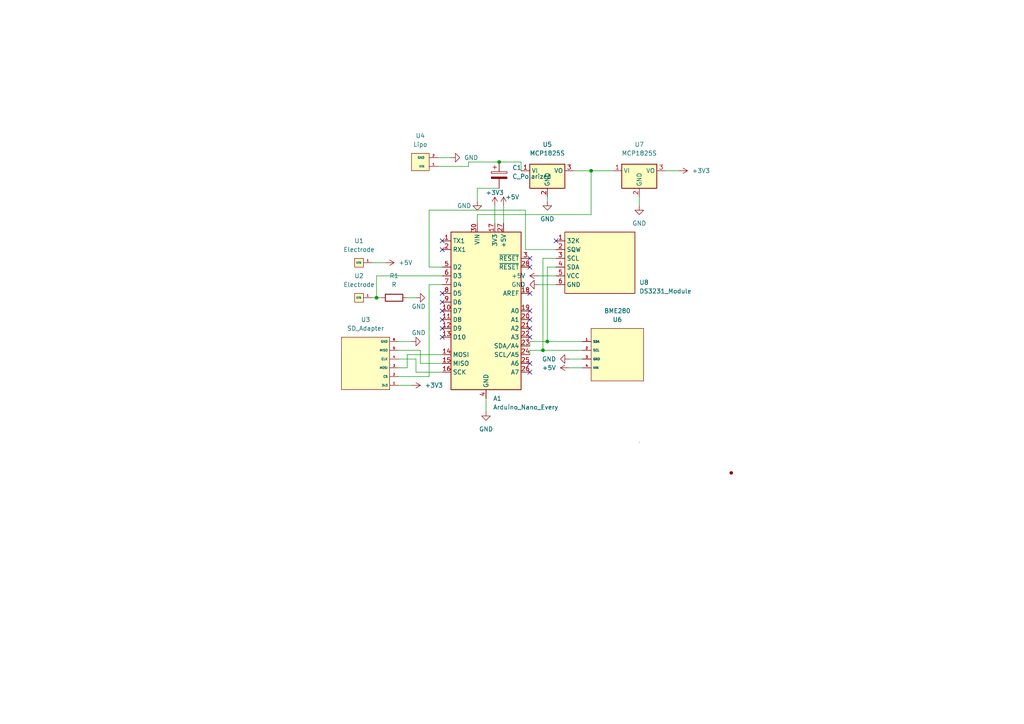
<source format=kicad_sch>
(kicad_sch (version 20211123) (generator eeschema)
  (paper "A4")
  (lib_symbols
    (symbol "DS3231:DS3231_Module"
      (property "Reference" "U" (at 1.27 19.05 0))
      (property "Value" "DS3231_Module" (at 2.54 -17.78 0))
      (symbol "DS3231_Module_0_1"
        (rectangle (start -6.35 16.51) (end 11.43 -3.81))
        (rectangle (start -6.35 16.51) (end 11.43 -3.81) (fill (type background)))
        (rectangle (start 8.89 -5.08) (end 8.89 -5.08))
        (rectangle (start 8.89 -5.08) (end 8.89 -5.08))
        (rectangle (start 8.89 -5.08) (end 8.89 -5.08))
        (rectangle (start 8.89 -5.08) (end 8.89 -5.08))
        (rectangle (start 25.4 15.24) (end 25.4 15.24))
      )
      (symbol "DS3231_Module_1_1"
        (pin output line (at -3.81 -6.35 90) (length 2.54) (name "32K") (number "1"))
        (pin output line (at -1.27 -6.35 90) (length 2.54) (name "SQW") (number "2"))
        (pin bidirectional line (at 1.27 -6.35 90) (length 2.54) (name "SCL") (number "3"))
        (pin bidirectional line (at 3.81 -6.35 90) (length 2.54) (name "SDA") (number "4"))
        (pin power_in line (at 6.35 -6.35 90) (length 2.54) (name "VCC") (number "5"))
        (pin power_out line (at 8.89 -6.35 90) (length 2.54) (name "GND") (number "6"))
      )
    )
    (symbol "Device:C_Polarized" (pin_numbers hide) (pin_names (offset 0.254))
      (property "Reference" "C" (at 0.635 2.54 0))
      (property "Value" "C_Polarized" (at 0.635 -2.54 0))
      (symbol "C_Polarized_0_1"
        (rectangle (start -2.286 0.508) (end 2.286 1.016))
        (polyline (pts (xy -1.778 2.286) (xy -0.762 2.286)))
        (polyline (pts (xy -1.27 2.794) (xy -1.27 1.778)))
        (rectangle (start 2.286 -0.508) (end -2.286 -1.016) (fill (type outline)))
      )
      (symbol "C_Polarized_1_1"
        (pin passive line (at 0 3.81 270) (length 2.794) (name "~") (number "1"))
        (pin passive line (at 0 -3.81 90) (length 2.794) (name "~") (number "2"))
      )
    )
    (symbol "Device:R" (pin_numbers hide) (pin_names (offset 0))
      (property "Reference" "R" (at 2.032 0 90))
      (property "Value" "R" (at 0 0 90))
      (symbol "R_0_1"
        (rectangle (start -1.016 -2.54) (end 1.016 2.54) (stroke (width 0.254)))
      )
      (symbol "R_1_1"
        (pin passive line (at 0 3.81 270) (length 1.27) (name "~") (number "1"))
        (pin passive line (at 0 -3.81 90) (length 1.27) (name "~") (number "2"))
      )
    )
    (symbol "MCU_Module:Arduino_Nano_Every"
      (property "Reference" "A" (at -10.16 23.495 0))
      (property "Value" "Arduino_Nano_Every" (at 5.08 -24.13 0))
      (symbol "Arduino_Nano_Every_0_1"
        (rectangle (start -10.16 22.86) (end 10.16 -22.86) (stroke (width 0.254)) (fill (type background)))
      )
      (symbol "Arduino_Nano_Every_1_1"
        (pin bidirectional line (at -12.7 20.32 0) (length 2.54) (name "TX1") (number "1"))
        (pin bidirectional line (at -12.7 0 0) (length 2.54) (name "D7") (number "10"))
        (pin bidirectional line (at -12.7 -2.54 0) (length 2.54) (name "D8") (number "11"))
        (pin bidirectional line (at -12.7 -5.08 0) (length 2.54) (name "D9") (number "12"))
        (pin bidirectional line (at -12.7 -7.62 0) (length 2.54) (name "D10") (number "13"))
        (pin bidirectional line (at -12.7 -12.7 0) (length 2.54) (name "MOSI") (number "14"))
        (pin bidirectional line (at -12.7 -15.24 0) (length 2.54) (name "MISO") (number "15"))
        (pin bidirectional line (at -12.7 -17.78 0) (length 2.54) (name "SCK") (number "16"))
        (pin power_out line (at 2.54 25.4 270) (length 2.54) (name "3V3") (number "17"))
        (pin input line (at 12.7 5.08 180) (length 2.54) (name "AREF") (number "18"))
        (pin bidirectional line (at 12.7 0 180) (length 2.54) (name "A0") (number "19"))
        (pin bidirectional line (at -12.7 17.78 0) (length 2.54) (name "RX1") (number "2"))
        (pin bidirectional line (at 12.7 -2.54 180) (length 2.54) (name "A1") (number "20"))
        (pin bidirectional line (at 12.7 -5.08 180) (length 2.54) (name "A2") (number "21"))
        (pin bidirectional line (at 12.7 -7.62 180) (length 2.54) (name "A3") (number "22"))
        (pin bidirectional line (at 12.7 -10.16 180) (length 2.54) (name "SDA/A4") (number "23"))
        (pin bidirectional line (at 12.7 -12.7 180) (length 2.54) (name "SCL/A5") (number "24"))
        (pin bidirectional line (at 12.7 -15.24 180) (length 2.54) (name "A6") (number "25"))
        (pin bidirectional line (at 12.7 -17.78 180) (length 2.54) (name "A7") (number "26"))
        (pin power_out line (at 5.08 25.4 270) (length 2.54) (name "+5V") (number "27"))
        (pin input line (at 12.7 12.7 180) (length 2.54) (name "~{RESET}") (number "28"))
        (pin passive line (at 0 -25.4 90) (length 2.54) hide (name "GND") (number "29"))
        (pin input line (at 12.7 15.24 180) (length 2.54) (name "~{RESET}") (number "3"))
        (pin power_in line (at -2.54 25.4 270) (length 2.54) (name "VIN") (number "30"))
        (pin power_in line (at 0 -25.4 90) (length 2.54) (name "GND") (number "4"))
        (pin bidirectional line (at -12.7 12.7 0) (length 2.54) (name "D2") (number "5"))
        (pin bidirectional line (at -12.7 10.16 0) (length 2.54) (name "D3") (number "6"))
        (pin bidirectional line (at -12.7 7.62 0) (length 2.54) (name "D4") (number "7"))
        (pin bidirectional line (at -12.7 5.08 0) (length 2.54) (name "D5") (number "8"))
        (pin bidirectional line (at -12.7 2.54 0) (length 2.54) (name "D6") (number "9"))
      )
    )
    (symbol "Rain Gauge lib:BME280"
      (property "Reference" "U" (at -5.08 20.32 0))
      (property "Value" "BME280" (at 0 -22.86 0))
      (symbol "BME280_0_1"
        (rectangle (start -7.62 7.62) (end 7.62 -7.62) (fill (type background)))
        (rectangle (start 25.4 6.35) (end 25.4 6.35))
        (rectangle (start 25.4 6.35) (end 25.4 6.35))
        (rectangle (start 34.29 33.02) (end 34.29 33.02))
        (rectangle (start 34.29 33.02) (end 34.29 33.02))
        (rectangle (start 34.29 33.02) (end 34.29 33.02))
        (rectangle (start 34.29 33.02) (end 34.29 33.02))
        (rectangle (start 34.29 33.02) (end 34.29 33.02))
        (rectangle (start 34.29 33.02) (end 34.29 33.02))
        (rectangle (start 34.29 33.02) (end 34.29 33.02))
        (rectangle (start 34.29 33.02) (end 34.29 33.02))
        (rectangle (start 34.29 33.02) (end 34.29 33.02))
        (rectangle (start 34.29 33.02) (end 34.29 33.02))
        (rectangle (start 34.29 33.02) (end 34.29 33.02))
        (rectangle (start 34.29 33.02) (end 34.29 33.02))
        (rectangle (start 34.29 33.02) (end 34.29 33.02))
        (rectangle (start 34.29 33.02) (end 34.29 33.02))
        (rectangle (start 34.29 33.02) (end 34.29 33.02))
        (rectangle (start 34.29 33.02) (end 34.29 33.02))
        (rectangle (start 34.29 33.02) (end 34.29 33.02))
        (rectangle (start 34.29 33.02) (end 34.29 33.02))
        (rectangle (start 34.29 33.02) (end 34.29 33.02))
        (rectangle (start 34.29 33.02) (end 34.29 33.02))
        (rectangle (start 34.29 33.02) (end 34.29 33.02))
        (rectangle (start 34.29 33.02) (end 34.29 33.02))
        (rectangle (start 34.29 33.02) (end 34.29 33.02))
        (rectangle (start 34.29 33.02) (end 34.29 33.02))
        (rectangle (start 34.29 33.02) (end 34.29 33.02))
        (rectangle (start 34.29 33.02) (end 34.29 33.02))
        (rectangle (start 34.29 33.02) (end 34.29 33.02))
        (rectangle (start 34.29 33.02) (end 34.29 33.02))
        (rectangle (start 34.29 33.02) (end 34.29 33.02))
        (rectangle (start 34.29 33.02) (end 34.29 33.02))
        (rectangle (start 34.29 33.02) (end 34.29 33.02))
        (rectangle (start 34.29 33.02) (end 34.29 33.02))
        (rectangle (start 34.29 33.02) (end 34.29 33.02))
        (rectangle (start 34.29 33.02) (end 34.29 33.02))
        (rectangle (start 34.29 33.02) (end 34.29 33.02))
        (rectangle (start 34.29 33.02) (end 34.29 33.02))
        (rectangle (start 34.29 33.02) (end 34.29 33.02))
        (rectangle (start 34.29 33.02) (end 34.29 33.02))
        (rectangle (start 34.29 33.02) (end 34.29 33.02))
        (rectangle (start 34.29 33.02) (end 34.29 33.02))
        (rectangle (start 34.29 33.02) (end 34.29 33.02))
        (rectangle (start 34.29 33.02) (end 34.29 33.02))
        (rectangle (start 34.29 33.02) (end 34.29 33.02))
        (rectangle (start 34.29 33.02) (end 34.29 33.02))
        (rectangle (start 34.29 33.02) (end 34.29 33.02))
        (rectangle (start 34.29 33.02) (end 34.29 33.02))
        (rectangle (start 34.29 33.02) (end 34.29 33.02))
        (rectangle (start 34.29 33.02) (end 34.29 33.02))
        (rectangle (start 34.29 33.02) (end 34.29 33.02))
        (rectangle (start 34.29 33.02) (end 34.29 33.02))
        (rectangle (start 34.29 33.02) (end 34.29 33.02))
        (rectangle (start 34.29 33.02) (end 34.29 33.02))
        (rectangle (start 34.29 33.02) (end 34.29 33.02) (stroke (width 0.127)) (fill (type background)))
        (rectangle (start 34.29 33.02) (end 34.29 33.02) (stroke (width 1)) (fill (type outline)))
        (arc (start 34.29 33.02) (mid 34.29 33.02) (end 34.29 33.02))
      )
      (symbol "BME280_1_1"
        (pin input line (at -3.81 -10.16 90) (length 2.54) (name "SDA") (number "1"))
        (pin output line (at -1.27 -10.16 90) (length 2.54) (name "SCL") (number "2"))
        (pin power_in line (at 1.27 -10.16 90) (length 2.54) (name "GND") (number "3"))
        (pin power_in line (at 3.81 -10.16 90) (length 2.54) (name "VIN") (number "4"))
      )
    )
    (symbol "Rain Gauge lib:Electrode"
      (property "Reference" "U" (at 0 3.81 0))
      (property "Value" "Electrode" (at 0 -3.81 0))
      (symbol "Electrode_0_1"
        (rectangle (start -1.27 1.27) (end 1.27 -1.27) (fill (type background)))
      )
      (symbol "Electrode_1_1"
        (pin input line (at 0 -3.81 90) (length 2.54) (name "VIN") (number "1"))
      )
    )
    (symbol "Rain Gauge lib:Lipo" (pin_names (offset 1.27))
      (property "Reference" "U" (at 0 6.35 0))
      (property "Value" "Lipo" (at 0 -6.35 0))
      (symbol "Lipo_0_1"
        (rectangle (start -2.54 2.54) (end 2.54 -2.54) (fill (type background)))
      )
      (symbol "Lipo_1_1"
        (pin power_out line (at -1.27 -5.08 90) (length 2.54) (name "VIN") (number "1"))
        (pin power_in line (at 1.27 -5.08 90) (length 2.54) (name "GND") (number "2"))
      )
    )
    (symbol "Rain Gauge lib:SD_Adapter"
      (property "Reference" "U" (at 0 10.16 0))
      (property "Value" "SD_Adapter" (at 0 -20.32 0))
      (symbol "SD_Adapter_0_1"
        (rectangle (start -7.62 7.62) (end 7.62 -6.35) (fill (type background)))
      )
      (symbol "SD_Adapter_1_1"
        (pin power_in line (at -6.35 -8.89 90) (length 2.54) (name "3v3") (number "1"))
        (pin output line (at -3.81 -8.89 90) (length 2.54) (name "CS") (number "2"))
        (pin input line (at -1.27 -8.89 90) (length 2.54) (name "MOSI") (number "3"))
        (pin input line (at 1.27 -8.89 90) (length 2.54) (name "CLK") (number "4"))
        (pin output line (at 3.81 -8.89 90) (length 2.54) (name "MISO") (number "5"))
        (pin power_in line (at 6.35 -8.89 90) (length 2.54) (name "GND") (number "6"))
      )
    )
    (symbol "Regulator_Linear:MCP1825S"
      (property "Reference" "U" (at -3.81 3.175 0))
      (property "Value" "MCP1825S" (at 0 3.175 0))
      (symbol "MCP1825S_0_1"
        (rectangle (start -5.08 1.905) (end 5.08 -5.08) (stroke (width 0.254)) (fill (type background)))
      )
      (symbol "MCP1825S_1_1"
        (pin power_in line (at -7.62 0 0) (length 2.54) (name "VI") (number "1"))
        (pin power_in line (at 0 -7.62 90) (length 2.54) (name "GND") (number "2"))
        (pin power_out line (at 7.62 0 180) (length 2.54) (name "VO") (number "3"))
      )
    )
    (symbol "power:+3.3V" (power) (pin_names (offset 0))
      (property "Value" "+3.3V" (at 0 3.556 0))
      (symbol "+3.3V_0_1"
        (polyline (pts (xy -0.762 1.27) (xy 0 2.54)))
        (polyline (pts (xy 0 0) (xy 0 2.54)))
        (polyline (pts (xy 0 2.54) (xy 0.762 1.27)))
      )
      (symbol "+3.3V_1_1"
        (pin power_in line (at 0 0 90) (length 0) hide (name "+3V3") (number "1"))
      )
    )
    (symbol "power:+5V" (power) (pin_names (offset 0))
      (property "Value" "+5V" (at 0 3.556 0))
      (symbol "+5V_0_1"
        (polyline (pts (xy -0.762 1.27) (xy 0 2.54)))
        (polyline (pts (xy 0 0) (xy 0 2.54)))
        (polyline (pts (xy 0 2.54) (xy 0.762 1.27)))
      )
      (symbol "+5V_1_1"
        (pin power_in line (at 0 0 90) (length 0) hide (name "+5V") (number "1"))
      )
    )
    (symbol "power:GND" (power) (pin_names (offset 0))
      (property "Value" "GND" (at 0 -3.81 0))
      (symbol "GND_0_1"
        (polyline (pts (xy 0 0) (xy 0 -1.27) (xy 1.27 -1.27) (xy 0 -2.54) (xy -1.27 -1.27) (xy 0 -1.27)))
      )
      (symbol "GND_1_1"
        (pin power_in line (at 0 0 270) (length 0) hide (name "GND") (number "1"))
      )
    )
  )
  (junction (at 109.22 86.36))
  (junction (at 157.48 101.6))
  (junction (at 144.78 46.99))
  (junction (at 158.75 99.06))
  (junction (at 171.45 49.53))
  (no_connect (at 161.29 69.85))
  (no_connect (at 153.67 107.95))
  (no_connect (at 153.67 105.41))
  (no_connect (at 153.67 97.79))
  (no_connect (at 153.67 95.25))
  (no_connect (at 153.67 92.71))
  (no_connect (at 153.67 90.17))
  (no_connect (at 153.67 85.09))
  (no_connect (at 153.67 77.47))
  (no_connect (at 153.67 74.93))
  (no_connect (at 128.27 90.17))
  (no_connect (at 128.27 92.71))
  (no_connect (at 128.27 95.25))
  (no_connect (at 128.27 97.79))
  (no_connect (at 128.27 87.63))
  (no_connect (at 128.27 69.85))
  (no_connect (at 128.27 72.39))
  (no_connect (at 128.27 85.09))
  (wire (pts (xy 121.92 101.6) (xy 121.92 105.41)))
  (wire (pts (xy 115.57 106.68) (xy 118.11 106.68)))
  (wire (pts (xy 120.65 107.95) (xy 128.27 107.95)))
  (wire (pts (xy 138.43 62.23) (xy 138.43 64.77)))
  (wire (pts (xy 153.67 101.6) (xy 157.48 101.6)))
  (wire (pts (xy 107.95 86.36) (xy 109.22 86.36)))
  (wire (pts (xy 115.57 109.22) (xy 124.46 109.22)))
  (wire (pts (xy 185.42 57.15) (xy 185.42 59.69)))
  (wire (pts (xy 124.46 77.47) (xy 128.27 77.47)))
  (wire (pts (xy 153.67 99.06) (xy 158.75 99.06)))
  (wire (pts (xy 161.29 72.39) (xy 152.4 72.39)))
  (wire (pts (xy 168.91 101.6) (xy 157.48 101.6)))
  (wire (pts (xy 124.46 82.55) (xy 128.27 82.55)))
  (wire (pts (xy 153.67 99.06) (xy 153.67 100.33)))
  (wire (pts (xy 144.78 54.61) (xy 138.43 54.61)))
  (wire (pts (xy 144.78 46.99) (xy 151.13 46.99)))
  (wire (pts (xy 115.57 111.76) (xy 119.38 111.76)))
  (wire (pts (xy 166.37 49.53) (xy 171.45 49.53)))
  (wire (pts (xy 115.57 104.14) (xy 120.65 104.14)))
  (wire (pts (xy 158.75 57.15) (xy 158.75 58.42)))
  (wire (pts (xy 118.11 86.36) (xy 120.65 86.36)))
  (wire (pts (xy 124.46 109.22) (xy 124.46 82.55)))
  (wire (pts (xy 156.21 82.55) (xy 161.29 82.55)))
  (wire (pts (xy 107.95 76.2) (xy 111.76 76.2)))
  (wire (pts (xy 193.04 49.53) (xy 196.85 49.53)))
  (wire (pts (xy 171.45 62.23) (xy 138.43 62.23)))
  (wire (pts (xy 135.89 46.99) (xy 135.89 48.26)))
  (wire (pts (xy 124.46 60.96) (xy 124.46 77.47)))
  (wire (pts (xy 152.4 60.96) (xy 124.46 60.96)))
  (wire (pts (xy 115.57 101.6) (xy 121.92 101.6)))
  (wire (pts (xy 140.97 115.57) (xy 140.97 119.38)))
  (wire (pts (xy 143.51 59.69) (xy 143.51 64.77)))
  (wire (pts (xy 161.29 74.93) (xy 157.48 74.93)))
  (wire (pts (xy 144.78 46.99) (xy 135.89 46.99)))
  (wire (pts (xy 109.22 80.01) (xy 128.27 80.01)))
  (wire (pts (xy 158.75 77.47) (xy 158.75 99.06)))
  (wire (pts (xy 165.1 106.68) (xy 168.91 106.68)))
  (wire (pts (xy 171.45 49.53) (xy 177.8 49.53)))
  (wire (pts (xy 157.48 74.93) (xy 157.48 101.6)))
  (wire (pts (xy 171.45 49.53) (xy 171.45 62.23)))
  (wire (pts (xy 151.13 46.99) (xy 151.13 49.53)))
  (wire (pts (xy 146.05 59.69) (xy 146.05 64.77)))
  (wire (pts (xy 118.11 102.87) (xy 128.27 102.87)))
  (wire (pts (xy 120.65 104.14) (xy 120.65 107.95)))
  (wire (pts (xy 138.43 54.61) (xy 138.43 58.42)))
  (wire (pts (xy 135.89 48.26) (xy 127 48.26)))
  (wire (pts (xy 109.22 86.36) (xy 109.22 80.01)))
  (wire (pts (xy 127 45.72) (xy 130.81 45.72)))
  (wire (pts (xy 118.11 106.68) (xy 118.11 102.87)))
  (wire (pts (xy 152.4 72.39) (xy 152.4 60.96)))
  (wire (pts (xy 165.1 104.14) (xy 168.91 104.14)))
  (wire (pts (xy 153.67 101.6) (xy 153.67 102.87)))
  (wire (pts (xy 161.29 77.47) (xy 158.75 77.47)))
  (wire (pts (xy 158.75 99.06) (xy 168.91 99.06)))
  (wire (pts (xy 156.21 80.01) (xy 161.29 80.01)))
  (wire (pts (xy 109.22 86.36) (xy 110.49 86.36)))
  (wire (pts (xy 121.92 105.41) (xy 128.27 105.41)))
  (wire (pts (xy 115.57 99.06) (xy 119.38 99.06)))
  (symbol (lib_id "power:+3.3V") (at 143.51 59.69 0) (unit 1)
    (property "Reference" "#PWR0105" (effects hide))
    (property "Value" "+3.3V" (at 143.51 55.88 0))
  )
  (symbol (lib_id "Regulator_Linear:MCP1825S") (at 185.42 49.53 0) (unit 1)
    (property "Reference" "U7" (at 185.42 41.91 0))
    (property "Value" "MCP1825S" (at 185.42 44.45 0))
    (property "Footprint" "MCP1825S-3302E_DB:SOT230P700X180-4N" (effects hide))
    (property "Datasheet" "http://ww1.microchip.com/downloads/en/devicedoc/22056b.pdf" (effects hide))
  )
  (symbol (lib_id "power:GND") (at 119.38 99.06 90) (unit 1)
    (property "Reference" "#PWR0115" (effects hide))
    (property "Value" "GND" (at 119.38 96.52 90) (effects (justify right)))
  )
  (symbol (lib_id "power:GND") (at 156.21 82.55 270) (unit 1)
    (property "Reference" "#PWR0113" (effects hide))
    (property "Value" "GND" (at 152.4 82.5499 90) (effects (justify right)))
  )
  (symbol (lib_id "Rain Gauge lib:Electrode") (at 104.14 86.36 90) (unit 1)
    (property "Reference" "U2" (at 104.14 80.01 90))
    (property "Value" "Electrode" (at 104.14 82.55 90))
    (property "Footprint" "Rain Gauge:Electrode" (effects hide))
  )
  (symbol (lib_id "Rain Gauge lib:Electrode") (at 104.14 76.2 90) (unit 1)
    (property "Reference" "U1" (at 104.14 69.85 90))
    (property "Value" "Electrode" (at 104.14 72.39 90))
    (property "Footprint" "Rain Gauge:Electrode" (effects hide))
  )
  (symbol (lib_id "power:+3.3V") (at 119.38 111.76 270) (unit 1)
    (property "Reference" "#PWR0116" (effects hide))
    (property "Value" "+3.3V" (at 123.19 111.7599 90) (effects (justify left)))
  )
  (symbol (lib_id "Rain Gauge lib:Lipo") (at 121.92 46.99 90) (unit 1)
    (property "Reference" "U4" (at 121.92 39.37 90))
    (property "Value" "Lipo" (at 121.92 41.91 90))
    (property "Footprint" "Rain Gauge:Lipo" (effects hide))
  )
  (symbol (lib_id "Device:R") (at 114.3 86.36 90) (unit 1)
    (property "Reference" "R1" (at 114.3 80.01 90))
    (property "Value" "R" (at 114.3 82.55 90))
    (property "Footprint" "Resistor_SMD:R_1206_3216Metric" (effects hide))
  )
  (symbol (lib_id "power:GND") (at 138.43 58.42 0) (unit 1)
    (property "Reference" "#PWR0110" (effects hide))
    (property "Value" "GND" (at 134.62 59.69 0))
  )
  (symbol (lib_id "power:+5V") (at 111.76 76.2 270) (unit 1)
    (property "Reference" "#PWR0102" (effects hide))
    (property "Value" "+5V" (at 115.57 76.1999 90) (effects (justify left)))
  )
  (symbol (lib_id "power:GND") (at 120.65 86.36 90) (unit 1)
    (property "Reference" "#PWR0117" (effects hide))
    (property "Value" "GND" (at 119.38 88.9 90) (effects (justify right)))
  )
  (symbol (lib_id "DS3231:DS3231_Module") (at 167.64 73.66 270) (unit 1)
    (property "Reference" "U8" (at 185.42 81.9149 90) (effects (justify left)))
    (property "Value" "DS3231_Module" (at 185.42 84.4549 90) (effects (justify left)))
    (property "Footprint" "Rain Gauge:3.3v SD Adapter" (effects hide))
  )
  (symbol (lib_id "power:GND") (at 140.97 119.38 0) (unit 1)
    (property "Reference" "#PWR0107" (effects hide))
    (property "Value" "GND" (at 140.97 124.46 0))
  )
  (symbol (lib_id "power:GND") (at 158.75 58.42 0) (unit 1)
    (property "Reference" "#PWR0104" (effects hide))
    (property "Value" "GND" (at 158.75 63.5 0))
  )
  (symbol (lib_id "power:GND") (at 165.1 104.14 270) (unit 1)
    (property "Reference" "#PWR0108" (effects hide))
    (property "Value" "GND" (at 161.29 104.1399 90) (effects (justify right)))
  )
  (symbol (lib_id "Rain Gauge lib:SD_Adapter") (at 106.68 105.41 90) (unit 1)
    (property "Reference" "U3" (at 106.045 92.71 90))
    (property "Value" "SD_Adapter" (at 106.045 95.25 90))
    (property "Footprint" "Rain Gauge:3.3v SD Adapter" (effects hide))
  )
  (symbol (lib_id "power:+5V") (at 146.05 59.69 0) (unit 1)
    (property "Reference" "#PWR0106" (effects hide))
    (property "Value" "+5V" (at 148.59 57.15 0))
  )
  (symbol (lib_id "MCU_Module:Arduino_Nano_Every") (at 140.97 90.17 0) (unit 1)
    (property "Reference" "A1" (at 142.9894 115.57 0) (effects (justify left)))
    (property "Value" "Arduino_Nano_Every" (at 142.9894 118.11 0) (effects (justify left)))
    (property "Footprint" "Module:Arduino_Nano" (effects hide))
    (property "Datasheet" "https://content.arduino.cc/assets/NANOEveryV3.0_sch.pdf" (effects hide))
  )
  (symbol (lib_id "power:+3.3V") (at 196.85 49.53 270) (unit 1)
    (property "Reference" "#PWR0111" (effects hide))
    (property "Value" "+3.3V" (at 200.66 49.5299 90) (effects (justify left)))
  )
  (symbol (lib_id "power:GND") (at 185.42 59.69 0) (unit 1)
    (property "Reference" "#PWR0103" (effects hide))
    (property "Value" "GND" (at 185.42 64.77 0))
  )
  (symbol (lib_id "Device:C_Polarized") (at 144.78 50.8 0) (unit 1)
    (property "Reference" "C1" (at 148.59 48.6409 0) (effects (justify left)))
    (property "Value" "C_Polarized" (at 148.59 51.1809 0) (effects (justify left)))
    (property "Footprint" "Capacitor_SMD:C_1206_3216Metric" (effects hide))
  )
  (symbol (lib_id "power:+5V") (at 165.1 106.68 90) (unit 1)
    (property "Reference" "#PWR0109" (effects hide))
    (property "Value" "+5V" (at 161.29 106.6799 90) (effects (justify left)))
  )
  (symbol (lib_id "Rain Gauge lib:BME280") (at 179.07 102.87 270) (unit 1)
    (property "Reference" "U6" (at 179.07 92.71 90))
    (property "Value" "BME280" (at 179.07 90.17 90))
    (property "Footprint" "Rain Gauge:BME280" (effects hide))
  )
  (symbol (lib_id "power:GND") (at 130.81 45.72 90) (unit 1)
    (property "Reference" "#PWR0101" (effects hide))
    (property "Value" "GND" (at 134.62 45.7199 90) (effects (justify right)))
  )
  (symbol (lib_id "power:+5V") (at 156.21 80.01 90) (unit 1)
    (property "Reference" "#PWR0112" (effects hide))
    (property "Value" "+5V" (at 152.4 80.0099 90) (effects (justify left)))
  )
  (symbol (lib_id "Regulator_Linear:MCP1825S") (at 158.75 49.53 0) (unit 1)
    (property "Reference" "U5" (at 158.75 41.91 0))
    (property "Value" "MCP1825S" (at 158.75 44.45 0))
    (property "Footprint" "MCP1825S-3302E_DB:SOT230P700X180-4N" (effects hide))
    (property "Datasheet" "http://ww1.microchip.com/downloads/en/devicedoc/22056b.pdf" (effects hide))
  )
)
</source>
